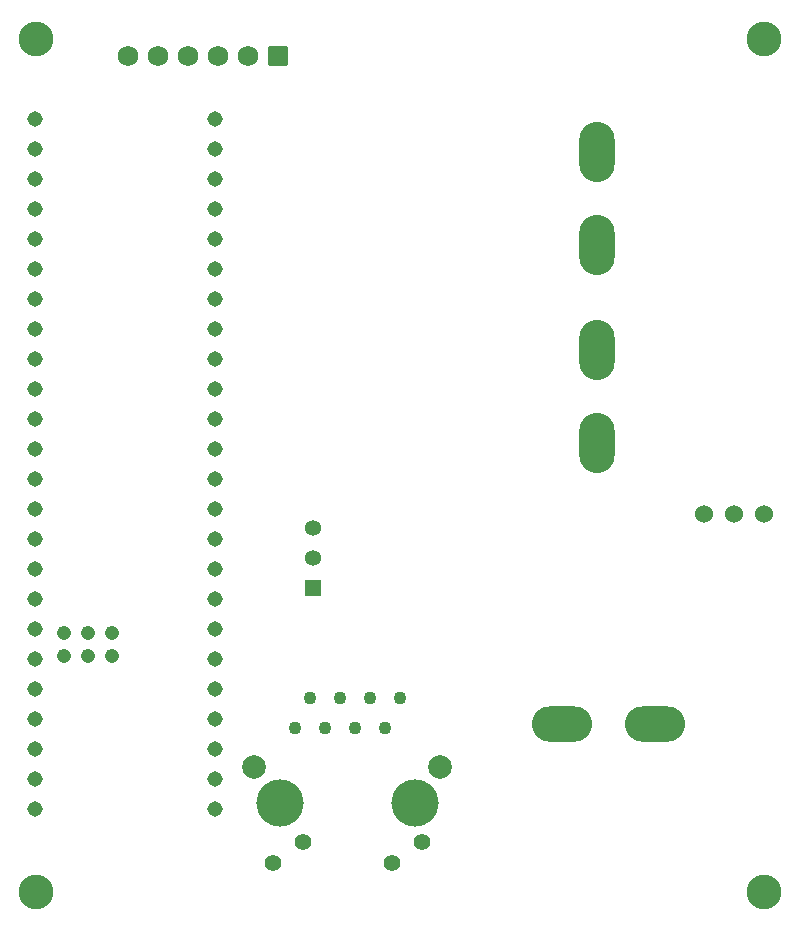
<source format=gbs>
G04 #@! TF.GenerationSoftware,KiCad,Pcbnew,(6.0.7)*
G04 #@! TF.CreationDate,2023-03-21T01:18:23-05:00*
G04 #@! TF.ProjectId,SignalStack_Board,5369676e-616c-4537-9461-636b5f426f61,rev?*
G04 #@! TF.SameCoordinates,Original*
G04 #@! TF.FileFunction,Soldermask,Bot*
G04 #@! TF.FilePolarity,Negative*
%FSLAX46Y46*%
G04 Gerber Fmt 4.6, Leading zero omitted, Abs format (unit mm)*
G04 Created by KiCad (PCBNEW (6.0.7)) date 2023-03-21 01:18:23*
%MOMM*%
%LPD*%
G01*
G04 APERTURE LIST*
G04 Aperture macros list*
%AMRoundRect*
0 Rectangle with rounded corners*
0 $1 Rounding radius*
0 $2 $3 $4 $5 $6 $7 $8 $9 X,Y pos of 4 corners*
0 Add a 4 corners polygon primitive as box body*
4,1,4,$2,$3,$4,$5,$6,$7,$8,$9,$2,$3,0*
0 Add four circle primitives for the rounded corners*
1,1,$1+$1,$2,$3*
1,1,$1+$1,$4,$5*
1,1,$1+$1,$6,$7*
1,1,$1+$1,$8,$9*
0 Add four rect primitives between the rounded corners*
20,1,$1+$1,$2,$3,$4,$5,0*
20,1,$1+$1,$4,$5,$6,$7,0*
20,1,$1+$1,$6,$7,$8,$9,0*
20,1,$1+$1,$8,$9,$2,$3,0*%
G04 Aperture macros list end*
%ADD10RoundRect,0.250000X0.620000X0.620000X-0.620000X0.620000X-0.620000X-0.620000X0.620000X-0.620000X0*%
%ADD11C,1.740000*%
%ADD12C,2.946400*%
%ADD13C,1.100000*%
%ADD14C,1.400000*%
%ADD15C,4.000000*%
%ADD16C,2.000000*%
%ADD17C,1.308000*%
%ADD18C,1.208000*%
%ADD19R,1.358000X1.358000*%
%ADD20C,1.358000*%
%ADD21C,1.524000*%
%ADD22O,5.100000X3.000000*%
%ADD23O,3.000000X5.100000*%
G04 APERTURE END LIST*
D10*
X136906000Y-63488000D03*
D11*
X134366000Y-63488000D03*
X131826000Y-63488000D03*
X129286000Y-63488000D03*
X126746000Y-63488000D03*
X124206000Y-63488000D03*
D12*
X116414423Y-62058423D03*
D13*
X138303000Y-120350000D03*
X139573000Y-117810000D03*
X140843000Y-120350000D03*
X142113000Y-117810000D03*
X143383000Y-120350000D03*
X144653000Y-117810000D03*
X145923000Y-120350000D03*
X147193000Y-117810000D03*
D14*
X136423000Y-131780000D03*
X138963000Y-129990000D03*
X146533000Y-131780000D03*
X149073000Y-129990000D03*
D15*
X137033000Y-126700000D03*
X148463000Y-126700000D03*
D16*
X150623000Y-123650000D03*
X134873000Y-123650000D03*
D12*
X116414420Y-134239000D03*
D17*
X131572000Y-124714000D03*
X131572000Y-122174000D03*
X131572000Y-119634000D03*
X131572000Y-117094000D03*
X131572000Y-91694000D03*
X116332000Y-122174000D03*
X131572000Y-114554000D03*
X131572000Y-112014000D03*
X131572000Y-109474000D03*
X131572000Y-106934000D03*
X131572000Y-104394000D03*
X131572000Y-101854000D03*
X131572000Y-99314000D03*
X131572000Y-96774000D03*
X131572000Y-94234000D03*
X116332000Y-94234000D03*
X116332000Y-96774000D03*
X116332000Y-99314000D03*
X116332000Y-101854000D03*
X116332000Y-104394000D03*
X116332000Y-106934000D03*
X116332000Y-109474000D03*
X116332000Y-112014000D03*
X116332000Y-114554000D03*
X116332000Y-117094000D03*
X116332000Y-119634000D03*
X131572000Y-89154000D03*
X131572000Y-86614000D03*
X131572000Y-84074000D03*
X131572000Y-81534000D03*
X131572000Y-78994000D03*
X131572000Y-76454000D03*
X131572000Y-73914000D03*
X131572000Y-71374000D03*
X131572000Y-68834000D03*
X116332000Y-68834000D03*
X116332000Y-71374000D03*
X116332000Y-73914000D03*
X116332000Y-76454000D03*
X116332000Y-78994000D03*
X116332000Y-81534000D03*
X116332000Y-84074000D03*
X116332000Y-86614000D03*
X116332000Y-89154000D03*
X131572000Y-127254000D03*
X116332000Y-91694000D03*
X116332000Y-124714000D03*
D18*
X120782000Y-112284000D03*
X120782000Y-114284000D03*
X118782000Y-114284000D03*
X118782000Y-112284000D03*
X122782000Y-112284000D03*
X122782000Y-114284000D03*
D17*
X116332000Y-127254000D03*
D19*
X139799000Y-108526500D03*
D20*
X139799000Y-105986500D03*
X139799000Y-103446500D03*
D12*
X177971580Y-62058420D03*
X177971580Y-134283580D03*
D21*
X172974000Y-102235000D03*
X175514000Y-102235000D03*
X178054000Y-102235000D03*
D22*
X168783000Y-120013100D03*
X160909000Y-120013100D03*
D23*
X163894800Y-88392000D03*
X163894800Y-96266000D03*
X163894800Y-71628000D03*
X163894800Y-79502000D03*
M02*

</source>
